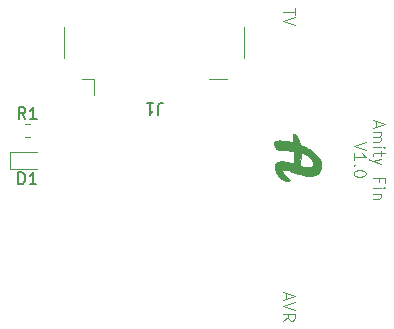
<source format=gbr>
%TF.GenerationSoftware,KiCad,Pcbnew,9.0.6*%
%TF.CreationDate,2025-12-18T20:09:52-08:00*%
%TF.ProjectId,hdmi,68646d69-2e6b-4696-9361-645f70636258,rev?*%
%TF.SameCoordinates,Original*%
%TF.FileFunction,Legend,Top*%
%TF.FilePolarity,Positive*%
%FSLAX46Y46*%
G04 Gerber Fmt 4.6, Leading zero omitted, Abs format (unit mm)*
G04 Created by KiCad (PCBNEW 9.0.6) date 2025-12-18 20:09:52*
%MOMM*%
%LPD*%
G01*
G04 APERTURE LIST*
%ADD10C,0.026400*%
%ADD11C,0.100000*%
%ADD12C,0.150000*%
%ADD13C,0.120000*%
G04 APERTURE END LIST*
D10*
X146037829Y-87801191D02*
X146047482Y-87801908D01*
X146057146Y-87803104D01*
X146066819Y-87804778D01*
X146076503Y-87806931D01*
X146086196Y-87809562D01*
X146095900Y-87812671D01*
X146105614Y-87816258D01*
X146115337Y-87820324D01*
X146125071Y-87824869D01*
X146134815Y-87829891D01*
X146144569Y-87835392D01*
X146164107Y-87847829D01*
X146183685Y-87862180D01*
X146203303Y-87878444D01*
X146222962Y-87896621D01*
X146242660Y-87916711D01*
X146262399Y-87938715D01*
X146282178Y-87962633D01*
X146301997Y-87988463D01*
X146321856Y-88016208D01*
X146341755Y-88045865D01*
X146361374Y-88077787D01*
X146380389Y-88111076D01*
X146398803Y-88145732D01*
X146416614Y-88181755D01*
X146433822Y-88219144D01*
X146450429Y-88257900D01*
X146466432Y-88298022D01*
X146481834Y-88339511D01*
X146496633Y-88382367D01*
X146510829Y-88426590D01*
X146524423Y-88472179D01*
X146537415Y-88519136D01*
X146549805Y-88567458D01*
X146561592Y-88617148D01*
X146572776Y-88668204D01*
X146583358Y-88720627D01*
X146624482Y-88736912D01*
X146733738Y-88780176D01*
X146877732Y-88841366D01*
X147015340Y-88904195D01*
X147146563Y-88968665D01*
X147271401Y-89034774D01*
X147389853Y-89102524D01*
X147501920Y-89171913D01*
X147607601Y-89242943D01*
X147706897Y-89315613D01*
X147799807Y-89389922D01*
X147886332Y-89465872D01*
X147966471Y-89543462D01*
X148040225Y-89622692D01*
X148107594Y-89703562D01*
X148168577Y-89786072D01*
X148223175Y-89870222D01*
X148241849Y-89901578D01*
X148259319Y-89933168D01*
X148275583Y-89964993D01*
X148290644Y-89997052D01*
X148304499Y-90029345D01*
X148317149Y-90061873D01*
X148328595Y-90094635D01*
X148338836Y-90127631D01*
X148347872Y-90160862D01*
X148355703Y-90194326D01*
X148362329Y-90228025D01*
X148367751Y-90261959D01*
X148371968Y-90296126D01*
X148374980Y-90330528D01*
X148376787Y-90365164D01*
X148377389Y-90400035D01*
X148375703Y-90461420D01*
X148371928Y-90520617D01*
X148366064Y-90577628D01*
X148358112Y-90632453D01*
X148348072Y-90685091D01*
X148335944Y-90735542D01*
X148321727Y-90783806D01*
X148305422Y-90829883D01*
X148287029Y-90873774D01*
X148266547Y-90915478D01*
X148243978Y-90954995D01*
X148219319Y-90992326D01*
X148192573Y-91027470D01*
X148163738Y-91060427D01*
X148132814Y-91091197D01*
X148099803Y-91119781D01*
X148065044Y-91147017D01*
X148028880Y-91172497D01*
X147991310Y-91196219D01*
X147952335Y-91218184D01*
X147911954Y-91238391D01*
X147870168Y-91256842D01*
X147826975Y-91273535D01*
X147782378Y-91288471D01*
X147736374Y-91301650D01*
X147688965Y-91313072D01*
X147640151Y-91322737D01*
X147589931Y-91330644D01*
X147538305Y-91336794D01*
X147485273Y-91341187D01*
X147430836Y-91343823D01*
X147374994Y-91344702D01*
X147318027Y-91344253D01*
X147258931Y-91341656D01*
X147197707Y-91336911D01*
X147134355Y-91330019D01*
X147068874Y-91320979D01*
X147001264Y-91309792D01*
X146931526Y-91296457D01*
X146859660Y-91280974D01*
X146785665Y-91263344D01*
X146709541Y-91243565D01*
X146631289Y-91221639D01*
X146550909Y-91197566D01*
X146468400Y-91171345D01*
X146383762Y-91142976D01*
X146208102Y-91079795D01*
X145943367Y-90983579D01*
X145704334Y-90894860D01*
X145649155Y-90874945D01*
X145596705Y-90857686D01*
X145546987Y-90843082D01*
X145500000Y-90831133D01*
X145455743Y-90821839D01*
X145434639Y-90818188D01*
X145414218Y-90815201D01*
X145394479Y-90812877D01*
X145375423Y-90811218D01*
X145357050Y-90810222D01*
X145339359Y-90809890D01*
X145305705Y-90810203D01*
X145274140Y-90811140D01*
X145244662Y-90812702D01*
X145217273Y-90814888D01*
X145191972Y-90817700D01*
X145168760Y-90821136D01*
X145147636Y-90825197D01*
X145128600Y-90829883D01*
X145124172Y-90831186D01*
X145119885Y-90832597D01*
X145115739Y-90834115D01*
X145111733Y-90835740D01*
X145107867Y-90837473D01*
X145104142Y-90839313D01*
X145100558Y-90841261D01*
X145097114Y-90843316D01*
X145093811Y-90845478D01*
X145090649Y-90847748D01*
X145087626Y-90850125D01*
X145084745Y-90852610D01*
X145082004Y-90855201D01*
X145079404Y-90857901D01*
X145076944Y-90860707D01*
X145074625Y-90863621D01*
X145072446Y-90866643D01*
X145070408Y-90869771D01*
X145068510Y-90873008D01*
X145066753Y-90876351D01*
X145065137Y-90879802D01*
X145063661Y-90883360D01*
X145062326Y-90887026D01*
X145061131Y-90890799D01*
X145060077Y-90894680D01*
X145059163Y-90898668D01*
X145058390Y-90902763D01*
X145057757Y-90906965D01*
X145057265Y-90911275D01*
X145056914Y-90915693D01*
X145056633Y-90924850D01*
X145057155Y-90933641D01*
X145058721Y-90943144D01*
X145061332Y-90953360D01*
X145064986Y-90964289D01*
X145069685Y-90975930D01*
X145075428Y-90988284D01*
X145090046Y-91015130D01*
X145108841Y-91044827D01*
X145131812Y-91077374D01*
X145158961Y-91112772D01*
X145190285Y-91151020D01*
X145225787Y-91192119D01*
X145265465Y-91236068D01*
X145309320Y-91282868D01*
X145357351Y-91332518D01*
X145409559Y-91385019D01*
X145465944Y-91440371D01*
X145526506Y-91498573D01*
X145591244Y-91559626D01*
X145603693Y-91570677D01*
X145615340Y-91581337D01*
X145626183Y-91591607D01*
X145636223Y-91601486D01*
X145645460Y-91610975D01*
X145653893Y-91620073D01*
X145661524Y-91628781D01*
X145668351Y-91637098D01*
X145674375Y-91645025D01*
X145679596Y-91652562D01*
X145684013Y-91659708D01*
X145687628Y-91666463D01*
X145690439Y-91672828D01*
X145692447Y-91678802D01*
X145693652Y-91684386D01*
X145694053Y-91689580D01*
X145693822Y-91694808D01*
X145693130Y-91699869D01*
X145691975Y-91704765D01*
X145690359Y-91709495D01*
X145688280Y-91714059D01*
X145685740Y-91718457D01*
X145682738Y-91722688D01*
X145679274Y-91726754D01*
X145675349Y-91730654D01*
X145670961Y-91734388D01*
X145666112Y-91737957D01*
X145660801Y-91741359D01*
X145655028Y-91744595D01*
X145648793Y-91747665D01*
X145642096Y-91750569D01*
X145634938Y-91753308D01*
X145627317Y-91755880D01*
X145619235Y-91758286D01*
X145610691Y-91760527D01*
X145601685Y-91762601D01*
X145592217Y-91764510D01*
X145582288Y-91766252D01*
X145571896Y-91767829D01*
X145561043Y-91769239D01*
X145549728Y-91770484D01*
X145537951Y-91771563D01*
X145525712Y-91772476D01*
X145513012Y-91773222D01*
X145499849Y-91773803D01*
X145486225Y-91774218D01*
X145472139Y-91774467D01*
X145457591Y-91774550D01*
X145441306Y-91774140D01*
X145424579Y-91772910D01*
X145407411Y-91770860D01*
X145389801Y-91767990D01*
X145371749Y-91764300D01*
X145353255Y-91759790D01*
X145334319Y-91754460D01*
X145314942Y-91748309D01*
X145295123Y-91741339D01*
X145274862Y-91733549D01*
X145254160Y-91724939D01*
X145233016Y-91715508D01*
X145211430Y-91705258D01*
X145189402Y-91694188D01*
X145166932Y-91682298D01*
X145144021Y-91669587D01*
X145121632Y-91656213D01*
X145099443Y-91642331D01*
X145077456Y-91627942D01*
X145055669Y-91613045D01*
X145034083Y-91597640D01*
X145012698Y-91581728D01*
X144991513Y-91565308D01*
X144970529Y-91548380D01*
X144949747Y-91530945D01*
X144929165Y-91513002D01*
X144908783Y-91494551D01*
X144888603Y-91475593D01*
X144868623Y-91456127D01*
X144848844Y-91436154D01*
X144829266Y-91415673D01*
X144809889Y-91394684D01*
X144791456Y-91373910D01*
X144773424Y-91352824D01*
X144755793Y-91331425D01*
X144738565Y-91309714D01*
X144721738Y-91287690D01*
X144705312Y-91265355D01*
X144689288Y-91242706D01*
X144673666Y-91219746D01*
X144658445Y-91196473D01*
X144643626Y-91172887D01*
X144629209Y-91148989D01*
X144615193Y-91124779D01*
X144601579Y-91100257D01*
X144588366Y-91075422D01*
X144575555Y-91050274D01*
X144563146Y-91024814D01*
X144551319Y-90999238D01*
X144540254Y-90973739D01*
X144529953Y-90948318D01*
X144520415Y-90922975D01*
X144511640Y-90897711D01*
X144503629Y-90872525D01*
X144496380Y-90847416D01*
X144489894Y-90822386D01*
X144484171Y-90797434D01*
X144479211Y-90772560D01*
X144475014Y-90747764D01*
X144471581Y-90723046D01*
X144468910Y-90698406D01*
X144467003Y-90673845D01*
X144465858Y-90649361D01*
X144465476Y-90624956D01*
X144466059Y-90588796D01*
X144467806Y-90554043D01*
X144470717Y-90520696D01*
X144473359Y-90500000D01*
X146609061Y-90500000D01*
X146708658Y-90529286D01*
X146801829Y-90554668D01*
X146888575Y-90576145D01*
X146968895Y-90593717D01*
X147042789Y-90607384D01*
X147110258Y-90617146D01*
X147171302Y-90623003D01*
X147225919Y-90624956D01*
X147225920Y-90624956D01*
X147280075Y-90623686D01*
X147330737Y-90619879D01*
X147377905Y-90613534D01*
X147421579Y-90604650D01*
X147461760Y-90593229D01*
X147480539Y-90586566D01*
X147498446Y-90579269D01*
X147515479Y-90571337D01*
X147531638Y-90562771D01*
X147546924Y-90553570D01*
X147561337Y-90543734D01*
X147574875Y-90533264D01*
X147587541Y-90522160D01*
X147599333Y-90510421D01*
X147610251Y-90498047D01*
X147620297Y-90485039D01*
X147629468Y-90471397D01*
X147637766Y-90457119D01*
X147645191Y-90442208D01*
X147651742Y-90426661D01*
X147657419Y-90410481D01*
X147662224Y-90393665D01*
X147666154Y-90376215D01*
X147669211Y-90358131D01*
X147671395Y-90339412D01*
X147672705Y-90320058D01*
X147673142Y-90300070D01*
X147672018Y-90259186D01*
X147668644Y-90219005D01*
X147663022Y-90179527D01*
X147655150Y-90140752D01*
X147645030Y-90102679D01*
X147632661Y-90065309D01*
X147618043Y-90028643D01*
X147601175Y-89992679D01*
X147582059Y-89957418D01*
X147560694Y-89922860D01*
X147537080Y-89889004D01*
X147511217Y-89855852D01*
X147483105Y-89823402D01*
X147452744Y-89791656D01*
X147420134Y-89760612D01*
X147385275Y-89730271D01*
X147349171Y-89701317D01*
X147311541Y-89673182D01*
X147272385Y-89645867D01*
X147231703Y-89619373D01*
X147189494Y-89593698D01*
X147145760Y-89568844D01*
X147100500Y-89544809D01*
X147053713Y-89521595D01*
X147005400Y-89499200D01*
X146955562Y-89477626D01*
X146904197Y-89456871D01*
X146851306Y-89436937D01*
X146796889Y-89417823D01*
X146740946Y-89399528D01*
X146683477Y-89382054D01*
X146624482Y-89365400D01*
X146609061Y-90500000D01*
X144473359Y-90500000D01*
X144474794Y-90488754D01*
X144480034Y-90458218D01*
X144486440Y-90429087D01*
X144494010Y-90401363D01*
X144502745Y-90375044D01*
X144512644Y-90350131D01*
X144523709Y-90326624D01*
X144535937Y-90304522D01*
X144549331Y-90283826D01*
X144563889Y-90264536D01*
X144579611Y-90246652D01*
X144596499Y-90230173D01*
X144614551Y-90215100D01*
X144634370Y-90201785D01*
X144655273Y-90189328D01*
X144677261Y-90177731D01*
X144700333Y-90166992D01*
X144724489Y-90157113D01*
X144749729Y-90148093D01*
X144776054Y-90139932D01*
X144803464Y-90132629D01*
X144831957Y-90126186D01*
X144861535Y-90120602D01*
X144892197Y-90115878D01*
X144923944Y-90112012D01*
X144956775Y-90109005D01*
X144990690Y-90106857D01*
X145025689Y-90105569D01*
X145061773Y-90105139D01*
X145100688Y-90106018D01*
X145142896Y-90108654D01*
X145188398Y-90113047D01*
X145237192Y-90119197D01*
X145289280Y-90127104D01*
X145344661Y-90136769D01*
X145465302Y-90161369D01*
X145599115Y-90192999D01*
X145746101Y-90231657D01*
X145906259Y-90277344D01*
X146079590Y-90330060D01*
X146093084Y-90008611D01*
X146102722Y-89734020D01*
X146108505Y-89506288D01*
X146110433Y-89325414D01*
X146110433Y-89255439D01*
X145966901Y-89234352D01*
X145821602Y-89216077D01*
X145674536Y-89200614D01*
X145525702Y-89187962D01*
X145375102Y-89178122D01*
X145222735Y-89171093D01*
X145068600Y-89166876D01*
X144912699Y-89165470D01*
X144878683Y-89164670D01*
X144846033Y-89162268D01*
X144814749Y-89158266D01*
X144784829Y-89152662D01*
X144756276Y-89145458D01*
X144729087Y-89136652D01*
X144703264Y-89126246D01*
X144678807Y-89114238D01*
X144655715Y-89100630D01*
X144633988Y-89085420D01*
X144613627Y-89068610D01*
X144594631Y-89050198D01*
X144577001Y-89030186D01*
X144560736Y-89008573D01*
X144545837Y-88985358D01*
X144532303Y-88960543D01*
X144509492Y-88913372D01*
X144487323Y-88866826D01*
X144465798Y-88820904D01*
X144444914Y-88775608D01*
X144439935Y-88764928D01*
X144435276Y-88754131D01*
X144430939Y-88743217D01*
X144426923Y-88732186D01*
X144423228Y-88721037D01*
X144419855Y-88709772D01*
X144416802Y-88698389D01*
X144414072Y-88686889D01*
X144411662Y-88675272D01*
X144409574Y-88663538D01*
X144407807Y-88651687D01*
X144406361Y-88639718D01*
X144405236Y-88627633D01*
X144404433Y-88615430D01*
X144403951Y-88603110D01*
X144403790Y-88590673D01*
X144404242Y-88575297D01*
X144405598Y-88560410D01*
X144407857Y-88546011D01*
X144411019Y-88532100D01*
X144415086Y-88518677D01*
X144420055Y-88505742D01*
X144425929Y-88493295D01*
X144432706Y-88481336D01*
X144440386Y-88469866D01*
X144448971Y-88458883D01*
X144458458Y-88448389D01*
X144468850Y-88438383D01*
X144480145Y-88428865D01*
X144492344Y-88419835D01*
X144505446Y-88411293D01*
X144519452Y-88403239D01*
X144534361Y-88395673D01*
X144550174Y-88388596D01*
X144566891Y-88382006D01*
X144584511Y-88375905D01*
X144603035Y-88370292D01*
X144622462Y-88365167D01*
X144642793Y-88360529D01*
X144664028Y-88356381D01*
X144686166Y-88352720D01*
X144709208Y-88349547D01*
X144733153Y-88346862D01*
X144758002Y-88344666D01*
X144783755Y-88342958D01*
X144810411Y-88341737D01*
X144837971Y-88341005D01*
X144866435Y-88340761D01*
X144925289Y-88341562D01*
X144986192Y-88343963D01*
X145049143Y-88347966D01*
X145114142Y-88353569D01*
X145250285Y-88369579D01*
X145394620Y-88391993D01*
X145547148Y-88420811D01*
X145707868Y-88456033D01*
X145876782Y-88497659D01*
X146053888Y-88545689D01*
X146041036Y-88438851D01*
X146028185Y-88338262D01*
X146015334Y-88243920D01*
X146002483Y-88155826D01*
X145996459Y-88115684D01*
X145991238Y-88077729D01*
X145986820Y-88041960D01*
X145983206Y-88008378D01*
X145980395Y-87976983D01*
X145978387Y-87947775D01*
X145977182Y-87920753D01*
X145976780Y-87895918D01*
X145976981Y-87884418D01*
X145977583Y-87873660D01*
X145978587Y-87863644D01*
X145979993Y-87854370D01*
X145981800Y-87845838D01*
X145984009Y-87838048D01*
X145986619Y-87830999D01*
X145989631Y-87824693D01*
X145993045Y-87819129D01*
X145994902Y-87816625D01*
X145996860Y-87814306D01*
X145998918Y-87812173D01*
X146001077Y-87810225D01*
X146003336Y-87808463D01*
X146005695Y-87806887D01*
X146008155Y-87805496D01*
X146010715Y-87804290D01*
X146013376Y-87803270D01*
X146016137Y-87802435D01*
X146018998Y-87801786D01*
X146021960Y-87801322D01*
X146025022Y-87801044D01*
X146028185Y-87800951D01*
X146037829Y-87801191D01*
G36*
X146037829Y-87801191D02*
G01*
X146047482Y-87801908D01*
X146057146Y-87803104D01*
X146066819Y-87804778D01*
X146076503Y-87806931D01*
X146086196Y-87809562D01*
X146095900Y-87812671D01*
X146105614Y-87816258D01*
X146115337Y-87820324D01*
X146125071Y-87824869D01*
X146134815Y-87829891D01*
X146144569Y-87835392D01*
X146164107Y-87847829D01*
X146183685Y-87862180D01*
X146203303Y-87878444D01*
X146222962Y-87896621D01*
X146242660Y-87916711D01*
X146262399Y-87938715D01*
X146282178Y-87962633D01*
X146301997Y-87988463D01*
X146321856Y-88016208D01*
X146341755Y-88045865D01*
X146361374Y-88077787D01*
X146380389Y-88111076D01*
X146398803Y-88145732D01*
X146416614Y-88181755D01*
X146433822Y-88219144D01*
X146450429Y-88257900D01*
X146466432Y-88298022D01*
X146481834Y-88339511D01*
X146496633Y-88382367D01*
X146510829Y-88426590D01*
X146524423Y-88472179D01*
X146537415Y-88519136D01*
X146549805Y-88567458D01*
X146561592Y-88617148D01*
X146572776Y-88668204D01*
X146583358Y-88720627D01*
X146624482Y-88736912D01*
X146733738Y-88780176D01*
X146877732Y-88841366D01*
X147015340Y-88904195D01*
X147146563Y-88968665D01*
X147271401Y-89034774D01*
X147389853Y-89102524D01*
X147501920Y-89171913D01*
X147607601Y-89242943D01*
X147706897Y-89315613D01*
X147799807Y-89389922D01*
X147886332Y-89465872D01*
X147966471Y-89543462D01*
X148040225Y-89622692D01*
X148107594Y-89703562D01*
X148168577Y-89786072D01*
X148223175Y-89870222D01*
X148241849Y-89901578D01*
X148259319Y-89933168D01*
X148275583Y-89964993D01*
X148290644Y-89997052D01*
X148304499Y-90029345D01*
X148317149Y-90061873D01*
X148328595Y-90094635D01*
X148338836Y-90127631D01*
X148347872Y-90160862D01*
X148355703Y-90194326D01*
X148362329Y-90228025D01*
X148367751Y-90261959D01*
X148371968Y-90296126D01*
X148374980Y-90330528D01*
X148376787Y-90365164D01*
X148377389Y-90400035D01*
X148375703Y-90461420D01*
X148371928Y-90520617D01*
X148366064Y-90577628D01*
X148358112Y-90632453D01*
X148348072Y-90685091D01*
X148335944Y-90735542D01*
X148321727Y-90783806D01*
X148305422Y-90829883D01*
X148287029Y-90873774D01*
X148266547Y-90915478D01*
X148243978Y-90954995D01*
X148219319Y-90992326D01*
X148192573Y-91027470D01*
X148163738Y-91060427D01*
X148132814Y-91091197D01*
X148099803Y-91119781D01*
X148065044Y-91147017D01*
X148028880Y-91172497D01*
X147991310Y-91196219D01*
X147952335Y-91218184D01*
X147911954Y-91238391D01*
X147870168Y-91256842D01*
X147826975Y-91273535D01*
X147782378Y-91288471D01*
X147736374Y-91301650D01*
X147688965Y-91313072D01*
X147640151Y-91322737D01*
X147589931Y-91330644D01*
X147538305Y-91336794D01*
X147485273Y-91341187D01*
X147430836Y-91343823D01*
X147374994Y-91344702D01*
X147318027Y-91344253D01*
X147258931Y-91341656D01*
X147197707Y-91336911D01*
X147134355Y-91330019D01*
X147068874Y-91320979D01*
X147001264Y-91309792D01*
X146931526Y-91296457D01*
X146859660Y-91280974D01*
X146785665Y-91263344D01*
X146709541Y-91243565D01*
X146631289Y-91221639D01*
X146550909Y-91197566D01*
X146468400Y-91171345D01*
X146383762Y-91142976D01*
X146208102Y-91079795D01*
X145943367Y-90983579D01*
X145704334Y-90894860D01*
X145649155Y-90874945D01*
X145596705Y-90857686D01*
X145546987Y-90843082D01*
X145500000Y-90831133D01*
X145455743Y-90821839D01*
X145434639Y-90818188D01*
X145414218Y-90815201D01*
X145394479Y-90812877D01*
X145375423Y-90811218D01*
X145357050Y-90810222D01*
X145339359Y-90809890D01*
X145305705Y-90810203D01*
X145274140Y-90811140D01*
X145244662Y-90812702D01*
X145217273Y-90814888D01*
X145191972Y-90817700D01*
X145168760Y-90821136D01*
X145147636Y-90825197D01*
X145128600Y-90829883D01*
X145124172Y-90831186D01*
X145119885Y-90832597D01*
X145115739Y-90834115D01*
X145111733Y-90835740D01*
X145107867Y-90837473D01*
X145104142Y-90839313D01*
X145100558Y-90841261D01*
X145097114Y-90843316D01*
X145093811Y-90845478D01*
X145090649Y-90847748D01*
X145087626Y-90850125D01*
X145084745Y-90852610D01*
X145082004Y-90855201D01*
X145079404Y-90857901D01*
X145076944Y-90860707D01*
X145074625Y-90863621D01*
X145072446Y-90866643D01*
X145070408Y-90869771D01*
X145068510Y-90873008D01*
X145066753Y-90876351D01*
X145065137Y-90879802D01*
X145063661Y-90883360D01*
X145062326Y-90887026D01*
X145061131Y-90890799D01*
X145060077Y-90894680D01*
X145059163Y-90898668D01*
X145058390Y-90902763D01*
X145057757Y-90906965D01*
X145057265Y-90911275D01*
X145056914Y-90915693D01*
X145056633Y-90924850D01*
X145057155Y-90933641D01*
X145058721Y-90943144D01*
X145061332Y-90953360D01*
X145064986Y-90964289D01*
X145069685Y-90975930D01*
X145075428Y-90988284D01*
X145090046Y-91015130D01*
X145108841Y-91044827D01*
X145131812Y-91077374D01*
X145158961Y-91112772D01*
X145190285Y-91151020D01*
X145225787Y-91192119D01*
X145265465Y-91236068D01*
X145309320Y-91282868D01*
X145357351Y-91332518D01*
X145409559Y-91385019D01*
X145465944Y-91440371D01*
X145526506Y-91498573D01*
X145591244Y-91559626D01*
X145603693Y-91570677D01*
X145615340Y-91581337D01*
X145626183Y-91591607D01*
X145636223Y-91601486D01*
X145645460Y-91610975D01*
X145653893Y-91620073D01*
X145661524Y-91628781D01*
X145668351Y-91637098D01*
X145674375Y-91645025D01*
X145679596Y-91652562D01*
X145684013Y-91659708D01*
X145687628Y-91666463D01*
X145690439Y-91672828D01*
X145692447Y-91678802D01*
X145693652Y-91684386D01*
X145694053Y-91689580D01*
X145693822Y-91694808D01*
X145693130Y-91699869D01*
X145691975Y-91704765D01*
X145690359Y-91709495D01*
X145688280Y-91714059D01*
X145685740Y-91718457D01*
X145682738Y-91722688D01*
X145679274Y-91726754D01*
X145675349Y-91730654D01*
X145670961Y-91734388D01*
X145666112Y-91737957D01*
X145660801Y-91741359D01*
X145655028Y-91744595D01*
X145648793Y-91747665D01*
X145642096Y-91750569D01*
X145634938Y-91753308D01*
X145627317Y-91755880D01*
X145619235Y-91758286D01*
X145610691Y-91760527D01*
X145601685Y-91762601D01*
X145592217Y-91764510D01*
X145582288Y-91766252D01*
X145571896Y-91767829D01*
X145561043Y-91769239D01*
X145549728Y-91770484D01*
X145537951Y-91771563D01*
X145525712Y-91772476D01*
X145513012Y-91773222D01*
X145499849Y-91773803D01*
X145486225Y-91774218D01*
X145472139Y-91774467D01*
X145457591Y-91774550D01*
X145441306Y-91774140D01*
X145424579Y-91772910D01*
X145407411Y-91770860D01*
X145389801Y-91767990D01*
X145371749Y-91764300D01*
X145353255Y-91759790D01*
X145334319Y-91754460D01*
X145314942Y-91748309D01*
X145295123Y-91741339D01*
X145274862Y-91733549D01*
X145254160Y-91724939D01*
X145233016Y-91715508D01*
X145211430Y-91705258D01*
X145189402Y-91694188D01*
X145166932Y-91682298D01*
X145144021Y-91669587D01*
X145121632Y-91656213D01*
X145099443Y-91642331D01*
X145077456Y-91627942D01*
X145055669Y-91613045D01*
X145034083Y-91597640D01*
X145012698Y-91581728D01*
X144991513Y-91565308D01*
X144970529Y-91548380D01*
X144949747Y-91530945D01*
X144929165Y-91513002D01*
X144908783Y-91494551D01*
X144888603Y-91475593D01*
X144868623Y-91456127D01*
X144848844Y-91436154D01*
X144829266Y-91415673D01*
X144809889Y-91394684D01*
X144791456Y-91373910D01*
X144773424Y-91352824D01*
X144755793Y-91331425D01*
X144738565Y-91309714D01*
X144721738Y-91287690D01*
X144705312Y-91265355D01*
X144689288Y-91242706D01*
X144673666Y-91219746D01*
X144658445Y-91196473D01*
X144643626Y-91172887D01*
X144629209Y-91148989D01*
X144615193Y-91124779D01*
X144601579Y-91100257D01*
X144588366Y-91075422D01*
X144575555Y-91050274D01*
X144563146Y-91024814D01*
X144551319Y-90999238D01*
X144540254Y-90973739D01*
X144529953Y-90948318D01*
X144520415Y-90922975D01*
X144511640Y-90897711D01*
X144503629Y-90872525D01*
X144496380Y-90847416D01*
X144489894Y-90822386D01*
X144484171Y-90797434D01*
X144479211Y-90772560D01*
X144475014Y-90747764D01*
X144471581Y-90723046D01*
X144468910Y-90698406D01*
X144467003Y-90673845D01*
X144465858Y-90649361D01*
X144465476Y-90624956D01*
X144466059Y-90588796D01*
X144467806Y-90554043D01*
X144470717Y-90520696D01*
X144473359Y-90500000D01*
X146609061Y-90500000D01*
X146708658Y-90529286D01*
X146801829Y-90554668D01*
X146888575Y-90576145D01*
X146968895Y-90593717D01*
X147042789Y-90607384D01*
X147110258Y-90617146D01*
X147171302Y-90623003D01*
X147225919Y-90624956D01*
X147225920Y-90624956D01*
X147280075Y-90623686D01*
X147330737Y-90619879D01*
X147377905Y-90613534D01*
X147421579Y-90604650D01*
X147461760Y-90593229D01*
X147480539Y-90586566D01*
X147498446Y-90579269D01*
X147515479Y-90571337D01*
X147531638Y-90562771D01*
X147546924Y-90553570D01*
X147561337Y-90543734D01*
X147574875Y-90533264D01*
X147587541Y-90522160D01*
X147599333Y-90510421D01*
X147610251Y-90498047D01*
X147620297Y-90485039D01*
X147629468Y-90471397D01*
X147637766Y-90457119D01*
X147645191Y-90442208D01*
X147651742Y-90426661D01*
X147657419Y-90410481D01*
X147662224Y-90393665D01*
X147666154Y-90376215D01*
X147669211Y-90358131D01*
X147671395Y-90339412D01*
X147672705Y-90320058D01*
X147673142Y-90300070D01*
X147672018Y-90259186D01*
X147668644Y-90219005D01*
X147663022Y-90179527D01*
X147655150Y-90140752D01*
X147645030Y-90102679D01*
X147632661Y-90065309D01*
X147618043Y-90028643D01*
X147601175Y-89992679D01*
X147582059Y-89957418D01*
X147560694Y-89922860D01*
X147537080Y-89889004D01*
X147511217Y-89855852D01*
X147483105Y-89823402D01*
X147452744Y-89791656D01*
X147420134Y-89760612D01*
X147385275Y-89730271D01*
X147349171Y-89701317D01*
X147311541Y-89673182D01*
X147272385Y-89645867D01*
X147231703Y-89619373D01*
X147189494Y-89593698D01*
X147145760Y-89568844D01*
X147100500Y-89544809D01*
X147053713Y-89521595D01*
X147005400Y-89499200D01*
X146955562Y-89477626D01*
X146904197Y-89456871D01*
X146851306Y-89436937D01*
X146796889Y-89417823D01*
X146740946Y-89399528D01*
X146683477Y-89382054D01*
X146624482Y-89365400D01*
X146609061Y-90500000D01*
X144473359Y-90500000D01*
X144474794Y-90488754D01*
X144480034Y-90458218D01*
X144486440Y-90429087D01*
X144494010Y-90401363D01*
X144502745Y-90375044D01*
X144512644Y-90350131D01*
X144523709Y-90326624D01*
X144535937Y-90304522D01*
X144549331Y-90283826D01*
X144563889Y-90264536D01*
X144579611Y-90246652D01*
X144596499Y-90230173D01*
X144614551Y-90215100D01*
X144634370Y-90201785D01*
X144655273Y-90189328D01*
X144677261Y-90177731D01*
X144700333Y-90166992D01*
X144724489Y-90157113D01*
X144749729Y-90148093D01*
X144776054Y-90139932D01*
X144803464Y-90132629D01*
X144831957Y-90126186D01*
X144861535Y-90120602D01*
X144892197Y-90115878D01*
X144923944Y-90112012D01*
X144956775Y-90109005D01*
X144990690Y-90106857D01*
X145025689Y-90105569D01*
X145061773Y-90105139D01*
X145100688Y-90106018D01*
X145142896Y-90108654D01*
X145188398Y-90113047D01*
X145237192Y-90119197D01*
X145289280Y-90127104D01*
X145344661Y-90136769D01*
X145465302Y-90161369D01*
X145599115Y-90192999D01*
X145746101Y-90231657D01*
X145906259Y-90277344D01*
X146079590Y-90330060D01*
X146093084Y-90008611D01*
X146102722Y-89734020D01*
X146108505Y-89506288D01*
X146110433Y-89325414D01*
X146110433Y-89255439D01*
X145966901Y-89234352D01*
X145821602Y-89216077D01*
X145674536Y-89200614D01*
X145525702Y-89187962D01*
X145375102Y-89178122D01*
X145222735Y-89171093D01*
X145068600Y-89166876D01*
X144912699Y-89165470D01*
X144878683Y-89164670D01*
X144846033Y-89162268D01*
X144814749Y-89158266D01*
X144784829Y-89152662D01*
X144756276Y-89145458D01*
X144729087Y-89136652D01*
X144703264Y-89126246D01*
X144678807Y-89114238D01*
X144655715Y-89100630D01*
X144633988Y-89085420D01*
X144613627Y-89068610D01*
X144594631Y-89050198D01*
X144577001Y-89030186D01*
X144560736Y-89008573D01*
X144545837Y-88985358D01*
X144532303Y-88960543D01*
X144509492Y-88913372D01*
X144487323Y-88866826D01*
X144465798Y-88820904D01*
X144444914Y-88775608D01*
X144439935Y-88764928D01*
X144435276Y-88754131D01*
X144430939Y-88743217D01*
X144426923Y-88732186D01*
X144423228Y-88721037D01*
X144419855Y-88709772D01*
X144416802Y-88698389D01*
X144414072Y-88686889D01*
X144411662Y-88675272D01*
X144409574Y-88663538D01*
X144407807Y-88651687D01*
X144406361Y-88639718D01*
X144405236Y-88627633D01*
X144404433Y-88615430D01*
X144403951Y-88603110D01*
X144403790Y-88590673D01*
X144404242Y-88575297D01*
X144405598Y-88560410D01*
X144407857Y-88546011D01*
X144411019Y-88532100D01*
X144415086Y-88518677D01*
X144420055Y-88505742D01*
X144425929Y-88493295D01*
X144432706Y-88481336D01*
X144440386Y-88469866D01*
X144448971Y-88458883D01*
X144458458Y-88448389D01*
X144468850Y-88438383D01*
X144480145Y-88428865D01*
X144492344Y-88419835D01*
X144505446Y-88411293D01*
X144519452Y-88403239D01*
X144534361Y-88395673D01*
X144550174Y-88388596D01*
X144566891Y-88382006D01*
X144584511Y-88375905D01*
X144603035Y-88370292D01*
X144622462Y-88365167D01*
X144642793Y-88360529D01*
X144664028Y-88356381D01*
X144686166Y-88352720D01*
X144709208Y-88349547D01*
X144733153Y-88346862D01*
X144758002Y-88344666D01*
X144783755Y-88342958D01*
X144810411Y-88341737D01*
X144837971Y-88341005D01*
X144866435Y-88340761D01*
X144925289Y-88341562D01*
X144986192Y-88343963D01*
X145049143Y-88347966D01*
X145114142Y-88353569D01*
X145250285Y-88369579D01*
X145394620Y-88391993D01*
X145547148Y-88420811D01*
X145707868Y-88456033D01*
X145876782Y-88497659D01*
X146053888Y-88545689D01*
X146041036Y-88438851D01*
X146028185Y-88338262D01*
X146015334Y-88243920D01*
X146002483Y-88155826D01*
X145996459Y-88115684D01*
X145991238Y-88077729D01*
X145986820Y-88041960D01*
X145983206Y-88008378D01*
X145980395Y-87976983D01*
X145978387Y-87947775D01*
X145977182Y-87920753D01*
X145976780Y-87895918D01*
X145976981Y-87884418D01*
X145977583Y-87873660D01*
X145978587Y-87863644D01*
X145979993Y-87854370D01*
X145981800Y-87845838D01*
X145984009Y-87838048D01*
X145986619Y-87830999D01*
X145989631Y-87824693D01*
X145993045Y-87819129D01*
X145994902Y-87816625D01*
X145996860Y-87814306D01*
X145998918Y-87812173D01*
X146001077Y-87810225D01*
X146003336Y-87808463D01*
X146005695Y-87806887D01*
X146008155Y-87805496D01*
X146010715Y-87804290D01*
X146013376Y-87803270D01*
X146016137Y-87802435D01*
X146018998Y-87801786D01*
X146021960Y-87801322D01*
X146025022Y-87801044D01*
X146028185Y-87800951D01*
X146037829Y-87801191D01*
G37*
D11*
X145413295Y-101256265D02*
X145413295Y-101732455D01*
X145127580Y-101161027D02*
X146127580Y-101494360D01*
X146127580Y-101494360D02*
X145127580Y-101827693D01*
X146127580Y-102018170D02*
X145127580Y-102351503D01*
X145127580Y-102351503D02*
X146127580Y-102684836D01*
X145127580Y-103589598D02*
X145603771Y-103256265D01*
X145127580Y-103018170D02*
X146127580Y-103018170D01*
X146127580Y-103018170D02*
X146127580Y-103399122D01*
X146127580Y-103399122D02*
X146079961Y-103494360D01*
X146079961Y-103494360D02*
X146032342Y-103541979D01*
X146032342Y-103541979D02*
X145937104Y-103589598D01*
X145937104Y-103589598D02*
X145794247Y-103589598D01*
X145794247Y-103589598D02*
X145699009Y-103541979D01*
X145699009Y-103541979D02*
X145651390Y-103494360D01*
X145651390Y-103494360D02*
X145603771Y-103399122D01*
X145603771Y-103399122D02*
X145603771Y-103018170D01*
X153023239Y-86690476D02*
X153023239Y-87166666D01*
X152737524Y-86595238D02*
X153737524Y-86928571D01*
X153737524Y-86928571D02*
X152737524Y-87261904D01*
X152737524Y-87595238D02*
X153404191Y-87595238D01*
X153308953Y-87595238D02*
X153356572Y-87642857D01*
X153356572Y-87642857D02*
X153404191Y-87738095D01*
X153404191Y-87738095D02*
X153404191Y-87880952D01*
X153404191Y-87880952D02*
X153356572Y-87976190D01*
X153356572Y-87976190D02*
X153261334Y-88023809D01*
X153261334Y-88023809D02*
X152737524Y-88023809D01*
X153261334Y-88023809D02*
X153356572Y-88071428D01*
X153356572Y-88071428D02*
X153404191Y-88166666D01*
X153404191Y-88166666D02*
X153404191Y-88309523D01*
X153404191Y-88309523D02*
X153356572Y-88404762D01*
X153356572Y-88404762D02*
X153261334Y-88452381D01*
X153261334Y-88452381D02*
X152737524Y-88452381D01*
X152737524Y-88928571D02*
X153404191Y-88928571D01*
X153737524Y-88928571D02*
X153689905Y-88880952D01*
X153689905Y-88880952D02*
X153642286Y-88928571D01*
X153642286Y-88928571D02*
X153689905Y-88976190D01*
X153689905Y-88976190D02*
X153737524Y-88928571D01*
X153737524Y-88928571D02*
X153642286Y-88928571D01*
X153404191Y-89261904D02*
X153404191Y-89642856D01*
X153737524Y-89404761D02*
X152880382Y-89404761D01*
X152880382Y-89404761D02*
X152785144Y-89452380D01*
X152785144Y-89452380D02*
X152737524Y-89547618D01*
X152737524Y-89547618D02*
X152737524Y-89642856D01*
X153404191Y-89880952D02*
X152737524Y-90119047D01*
X153404191Y-90357142D02*
X152737524Y-90119047D01*
X152737524Y-90119047D02*
X152499429Y-90023809D01*
X152499429Y-90023809D02*
X152451810Y-89976190D01*
X152451810Y-89976190D02*
X152404191Y-89880952D01*
X153261334Y-91833333D02*
X153261334Y-91500000D01*
X152737524Y-91500000D02*
X153737524Y-91500000D01*
X153737524Y-91500000D02*
X153737524Y-91976190D01*
X152737524Y-92357143D02*
X153404191Y-92357143D01*
X153737524Y-92357143D02*
X153689905Y-92309524D01*
X153689905Y-92309524D02*
X153642286Y-92357143D01*
X153642286Y-92357143D02*
X153689905Y-92404762D01*
X153689905Y-92404762D02*
X153737524Y-92357143D01*
X153737524Y-92357143D02*
X153642286Y-92357143D01*
X153404191Y-92833333D02*
X152737524Y-92833333D01*
X153308953Y-92833333D02*
X153356572Y-92880952D01*
X153356572Y-92880952D02*
X153404191Y-92976190D01*
X153404191Y-92976190D02*
X153404191Y-93119047D01*
X153404191Y-93119047D02*
X153356572Y-93214285D01*
X153356572Y-93214285D02*
X153261334Y-93261904D01*
X153261334Y-93261904D02*
X152737524Y-93261904D01*
X152127580Y-88476191D02*
X151127580Y-88809524D01*
X151127580Y-88809524D02*
X152127580Y-89142857D01*
X151127580Y-90000000D02*
X151127580Y-89428572D01*
X151127580Y-89714286D02*
X152127580Y-89714286D01*
X152127580Y-89714286D02*
X151984723Y-89619048D01*
X151984723Y-89619048D02*
X151889485Y-89523810D01*
X151889485Y-89523810D02*
X151841866Y-89428572D01*
X151222819Y-90428572D02*
X151175200Y-90476191D01*
X151175200Y-90476191D02*
X151127580Y-90428572D01*
X151127580Y-90428572D02*
X151175200Y-90380953D01*
X151175200Y-90380953D02*
X151222819Y-90428572D01*
X151222819Y-90428572D02*
X151127580Y-90428572D01*
X152127580Y-91095238D02*
X152127580Y-91190476D01*
X152127580Y-91190476D02*
X152079961Y-91285714D01*
X152079961Y-91285714D02*
X152032342Y-91333333D01*
X152032342Y-91333333D02*
X151937104Y-91380952D01*
X151937104Y-91380952D02*
X151746628Y-91428571D01*
X151746628Y-91428571D02*
X151508533Y-91428571D01*
X151508533Y-91428571D02*
X151318057Y-91380952D01*
X151318057Y-91380952D02*
X151222819Y-91333333D01*
X151222819Y-91333333D02*
X151175200Y-91285714D01*
X151175200Y-91285714D02*
X151127580Y-91190476D01*
X151127580Y-91190476D02*
X151127580Y-91095238D01*
X151127580Y-91095238D02*
X151175200Y-91000000D01*
X151175200Y-91000000D02*
X151222819Y-90952381D01*
X151222819Y-90952381D02*
X151318057Y-90904762D01*
X151318057Y-90904762D02*
X151508533Y-90857143D01*
X151508533Y-90857143D02*
X151746628Y-90857143D01*
X151746628Y-90857143D02*
X151937104Y-90904762D01*
X151937104Y-90904762D02*
X152032342Y-90952381D01*
X152032342Y-90952381D02*
X152079961Y-91000000D01*
X152079961Y-91000000D02*
X152127580Y-91095238D01*
X146127580Y-77161027D02*
X146127580Y-77732455D01*
X145127580Y-77446741D02*
X146127580Y-77446741D01*
X146127580Y-77922932D02*
X145127580Y-78256265D01*
X145127580Y-78256265D02*
X146127580Y-78589598D01*
D12*
X123333333Y-86524819D02*
X123000000Y-86048628D01*
X122761905Y-86524819D02*
X122761905Y-85524819D01*
X122761905Y-85524819D02*
X123142857Y-85524819D01*
X123142857Y-85524819D02*
X123238095Y-85572438D01*
X123238095Y-85572438D02*
X123285714Y-85620057D01*
X123285714Y-85620057D02*
X123333333Y-85715295D01*
X123333333Y-85715295D02*
X123333333Y-85858152D01*
X123333333Y-85858152D02*
X123285714Y-85953390D01*
X123285714Y-85953390D02*
X123238095Y-86001009D01*
X123238095Y-86001009D02*
X123142857Y-86048628D01*
X123142857Y-86048628D02*
X122761905Y-86048628D01*
X124285714Y-86524819D02*
X123714286Y-86524819D01*
X124000000Y-86524819D02*
X124000000Y-85524819D01*
X124000000Y-85524819D02*
X123904762Y-85667676D01*
X123904762Y-85667676D02*
X123809524Y-85762914D01*
X123809524Y-85762914D02*
X123714286Y-85810533D01*
X134583333Y-86145180D02*
X134583333Y-85430895D01*
X134583333Y-85430895D02*
X134630952Y-85288038D01*
X134630952Y-85288038D02*
X134726190Y-85192800D01*
X134726190Y-85192800D02*
X134869047Y-85145180D01*
X134869047Y-85145180D02*
X134964285Y-85145180D01*
X133583333Y-85145180D02*
X134154761Y-85145180D01*
X133869047Y-85145180D02*
X133869047Y-86145180D01*
X133869047Y-86145180D02*
X133964285Y-86002323D01*
X133964285Y-86002323D02*
X134059523Y-85907085D01*
X134059523Y-85907085D02*
X134154761Y-85859466D01*
X122731905Y-92034819D02*
X122731905Y-91034819D01*
X122731905Y-91034819D02*
X122970000Y-91034819D01*
X122970000Y-91034819D02*
X123112857Y-91082438D01*
X123112857Y-91082438D02*
X123208095Y-91177676D01*
X123208095Y-91177676D02*
X123255714Y-91272914D01*
X123255714Y-91272914D02*
X123303333Y-91463390D01*
X123303333Y-91463390D02*
X123303333Y-91606247D01*
X123303333Y-91606247D02*
X123255714Y-91796723D01*
X123255714Y-91796723D02*
X123208095Y-91891961D01*
X123208095Y-91891961D02*
X123112857Y-91987200D01*
X123112857Y-91987200D02*
X122970000Y-92034819D01*
X122970000Y-92034819D02*
X122731905Y-92034819D01*
X124255714Y-92034819D02*
X123684286Y-92034819D01*
X123970000Y-92034819D02*
X123970000Y-91034819D01*
X123970000Y-91034819D02*
X123874762Y-91177676D01*
X123874762Y-91177676D02*
X123779524Y-91272914D01*
X123779524Y-91272914D02*
X123684286Y-91320533D01*
D13*
%TO.C,R1*%
X123262742Y-86977500D02*
X123737258Y-86977500D01*
X123262742Y-88022500D02*
X123737258Y-88022500D01*
%TO.C,J1*%
X126630000Y-81400000D02*
X126630000Y-78700000D01*
X129150000Y-83120000D02*
X128100000Y-83120000D01*
X129150000Y-84450000D02*
X129150000Y-83120000D01*
X140400000Y-83120000D02*
X138850000Y-83120000D01*
X141870000Y-78700000D02*
X141870000Y-81400000D01*
%TO.C,D1*%
X122035000Y-89305000D02*
X122035000Y-90775000D01*
X122035000Y-90775000D02*
X124320000Y-90775000D01*
X124320000Y-89305000D02*
X122035000Y-89305000D01*
%TD*%
M02*

</source>
